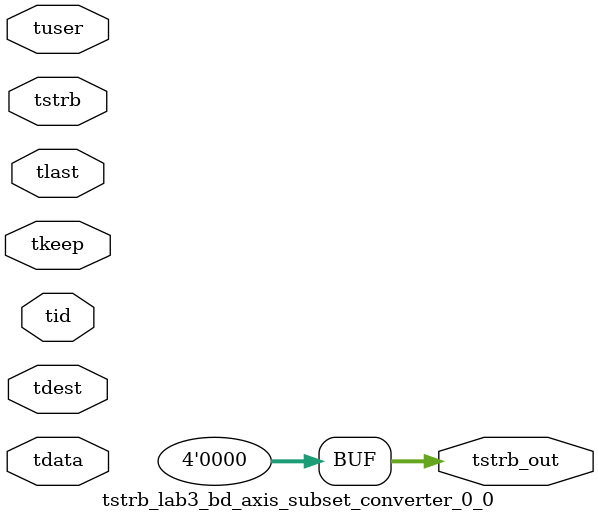
<source format=v>


`timescale 1ps/1ps

module tstrb_lab3_bd_axis_subset_converter_0_0 #
(
parameter C_S_AXIS_TDATA_WIDTH = 32,
parameter C_S_AXIS_TUSER_WIDTH = 0,
parameter C_S_AXIS_TID_WIDTH   = 0,
parameter C_S_AXIS_TDEST_WIDTH = 0,
parameter C_M_AXIS_TDATA_WIDTH = 32
)
(
input  [(C_S_AXIS_TDATA_WIDTH == 0 ? 1 : C_S_AXIS_TDATA_WIDTH)-1:0     ] tdata,
input  [(C_S_AXIS_TUSER_WIDTH == 0 ? 1 : C_S_AXIS_TUSER_WIDTH)-1:0     ] tuser,
input  [(C_S_AXIS_TID_WIDTH   == 0 ? 1 : C_S_AXIS_TID_WIDTH)-1:0       ] tid,
input  [(C_S_AXIS_TDEST_WIDTH == 0 ? 1 : C_S_AXIS_TDEST_WIDTH)-1:0     ] tdest,
input  [(C_S_AXIS_TDATA_WIDTH/8)-1:0 ] tkeep,
input  [(C_S_AXIS_TDATA_WIDTH/8)-1:0 ] tstrb,
input                                                                    tlast,
output [(C_M_AXIS_TDATA_WIDTH/8)-1:0 ] tstrb_out
);

assign tstrb_out = {1'b0};

endmodule


</source>
